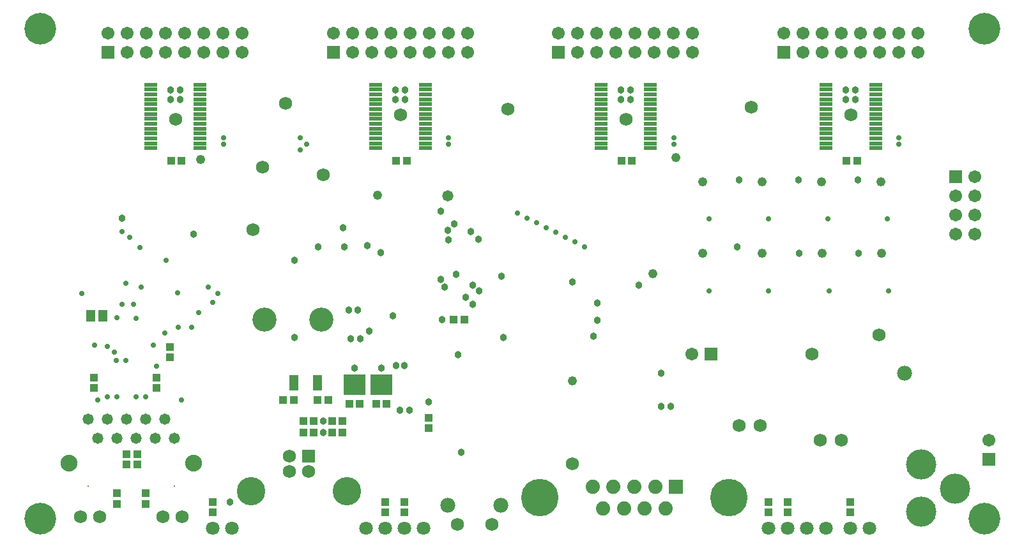
<source format=gbs>
%FSLAX43Y43*%
%MOMM*%
%SFA1B1*%

%IPPOS*%
%ADD93R,1.002998X1.102998*%
%ADD94R,1.102998X1.002998*%
%ADD111C,0.710999*%
%ADD112C,0.964998*%
%ADD113C,4.202992*%
%ADD114R,1.702997X1.702997*%
%ADD115C,1.702997*%
%ADD116C,1.726997*%
%ADD117C,1.980996*%
%ADD118C,1.472997*%
%ADD119C,2.234996*%
%ADD120C,0.203000*%
%ADD121R,1.726997X1.726997*%
%ADD122C,3.758992*%
%ADD123C,1.802996*%
%ADD124C,1.892996*%
%ADD125R,1.892996X1.892996*%
%ADD126C,4.962990*%
%ADD127C,4.012992*%
%ADD128C,3.202994*%
%ADD129R,1.702997X1.702997*%
%ADD130C,1.218998*%
%ADD131R,1.802996X0.602999*%
%ADD132R,2.996994X2.742995*%
%ADD133R,1.202998X2.002996*%
%ADD134R,1.202998X1.502997*%
%LNlp_led_cube_8x8x8-1*%
%LPD*%
G54D93*
X72962Y57784D03*
X71562D03*
X72962Y59308D03*
X71562D03*
X67752D03*
X69152D03*
X67752Y57784D03*
X69152D03*
X51626Y93852D03*
X50226D03*
X81471D03*
X80071D03*
X139761D03*
X141161D03*
X109916D03*
X111316D03*
X75248Y61594D03*
X73848D03*
X77404D03*
X78804D03*
X66485Y62102D03*
X65085D03*
X69657D03*
X71057D03*
X89091Y72770D03*
X87691D03*
G54D94*
X50037Y67752D03*
Y69152D03*
X45719Y54928D03*
Y53528D03*
X48259Y65088D03*
Y63688D03*
X44322Y54928D03*
Y53528D03*
X140207Y47178D03*
Y48578D03*
X129412Y47178D03*
Y48578D03*
X131952Y47178D03*
Y48578D03*
X78612Y47178D03*
Y48578D03*
X81152Y47178D03*
Y48578D03*
X55752Y47178D03*
Y48578D03*
X84327Y58354D03*
Y59754D03*
X43052Y49721D03*
Y48321D03*
X46862Y49721D03*
Y48321D03*
X40004Y65088D03*
Y63688D03*
G54D111*
X40512Y62102D03*
X51561D03*
X41782Y62483D03*
X43052D03*
X45592D03*
X46862D03*
X44195Y67309D03*
X42925D03*
X42673Y68452D03*
X41782Y69214D03*
X40069Y69403D03*
X47878Y69341D03*
X51180Y71754D03*
X52958D03*
X49402Y70992D03*
X43052Y73024D03*
X43687Y74802D03*
X45592Y72897D03*
X48259Y66547D03*
X53847Y73659D03*
X55752Y75057D03*
X51053Y76326D03*
X49529Y80644D03*
X45211Y74802D03*
X44231Y77560D03*
X38353Y76199D03*
X46227Y77088D03*
X43687Y84454D03*
X44703Y83692D03*
X46100Y82295D03*
X56387Y76199D03*
X55117Y77088D03*
X57149Y96011D03*
Y96900D03*
X86994D03*
Y96011D03*
X68198D03*
X67309Y95249D03*
Y96900D03*
X121538Y86105D03*
Y76580D03*
X129412D03*
Y86105D03*
X137286Y86130D03*
X137413Y76580D03*
X145287D03*
X145160Y86105D03*
X96138Y86867D03*
X97408Y86232D03*
X98678Y85597D03*
X99948Y84962D03*
X101218Y84327D03*
X102488Y83692D03*
X103758Y83057D03*
X105028Y82422D03*
X116839Y96011D03*
Y96900D03*
X146684Y96011D03*
Y96900D03*
G54D112*
X106679Y72643D03*
X112210Y77342D03*
X106241Y70541D03*
X106679Y74929D03*
X70357Y59308D03*
Y57784D03*
X140944Y101980D03*
X139674D03*
X140944Y103250D03*
X139674D03*
X111099Y101980D03*
X109829D03*
X111099Y103250D03*
X109829D03*
X81254Y101980D03*
X79984D03*
X81254Y103250D03*
X79984D03*
X51409Y101980D03*
X50139D03*
X51409Y103250D03*
X50139D03*
X115188Y61213D03*
X116458D03*
X80517Y60705D03*
X81787D03*
X88725Y55117D03*
X58038Y48513D03*
X43687Y86232D03*
X53212Y84073D03*
X66547Y70357D03*
X76453Y71247D03*
X75310Y70230D03*
X74040D03*
X79628Y73301D03*
X81152Y66674D03*
X80009D03*
X73786Y74040D03*
X74929D03*
X73151Y82422D03*
X73024Y84962D03*
X76199Y82549D03*
X77977Y81660D03*
X85978Y87121D03*
X89915Y84454D03*
X86994Y83311D03*
X86867Y84581D03*
X87756Y85470D03*
X90931Y83438D03*
X91058Y76580D03*
X90169Y77342D03*
X86486Y77088D03*
X85978Y78104D03*
X88010Y78739D03*
X93979Y78485D03*
X86105Y72770D03*
X94233Y70357D03*
X89280Y75691D03*
X90169Y74802D03*
X115188Y65673D03*
X103377Y77723D03*
X66547Y80644D03*
X69722Y82422D03*
X74548Y66293D03*
X78104D03*
X84327Y61848D03*
X125221Y82422D03*
X125475Y91312D03*
X133349D03*
X141223D03*
X133476Y81533D03*
X141350D03*
X88264Y68071D03*
G54D113*
X32892Y46354D03*
Y111378D03*
X157987D03*
Y46354D03*
G54D114*
X41884Y108203D03*
X101574D03*
X131419D03*
X71729D03*
X121792Y68198D03*
G54D115*
X41884Y110743D03*
X44424Y108203D03*
Y110743D03*
X46964Y108203D03*
Y110743D03*
X49504Y108203D03*
Y110743D03*
X52044Y108203D03*
Y110743D03*
X54584Y108203D03*
Y110743D03*
X57124Y108203D03*
Y110743D03*
X59664Y108203D03*
Y110743D03*
X101574D03*
X104114Y108203D03*
Y110743D03*
X106654Y108203D03*
Y110743D03*
X109194Y108203D03*
Y110743D03*
X111734Y108203D03*
Y110743D03*
X114274Y108203D03*
Y110743D03*
X116814Y108203D03*
Y110743D03*
X119354Y108203D03*
Y110743D03*
X131419D03*
X133959Y108203D03*
Y110743D03*
X136499Y108203D03*
Y110743D03*
X139039Y108203D03*
Y110743D03*
X141579Y108203D03*
Y110743D03*
X144119Y108203D03*
Y110743D03*
X146659Y108203D03*
Y110743D03*
X149199Y108203D03*
Y110743D03*
X71729D03*
X74269Y108203D03*
Y110743D03*
X76809Y108203D03*
Y110743D03*
X79349Y108203D03*
Y110743D03*
X81889Y108203D03*
Y110743D03*
X84429Y108203D03*
Y110743D03*
X86969Y108203D03*
Y110743D03*
X89509Y108203D03*
Y110743D03*
X156717Y91718D03*
X154177Y89178D03*
X156717D03*
X154177Y86638D03*
X156717D03*
X154177Y84098D03*
X156717D03*
X158622Y56768D03*
X119252Y68198D03*
G54D116*
X88200Y45592D03*
X92772D03*
X49148Y46608D03*
X51688D03*
X40766D03*
X38226D03*
X68452Y52640D03*
X65912D03*
Y54673D03*
X128269Y58673D03*
X125475D03*
X139064Y56768D03*
X136270D03*
X103377Y53593D03*
X80644Y99948D03*
X50799Y99313D03*
X110489D03*
X140334Y99948D03*
X144017Y70738D03*
X135127Y68198D03*
X62356Y92963D03*
X70357Y91947D03*
X61086Y84708D03*
X94868Y100710D03*
X65404Y101472D03*
X127126Y100964D03*
G54D117*
X86931Y48132D03*
X93915D03*
X147446Y65658D03*
G54D118*
X39242Y59562D03*
X40512Y57022D03*
X41782Y59562D03*
X43052Y57022D03*
X44322Y59562D03*
X46862D03*
X49402D03*
X45592Y57022D03*
X48132D03*
X50672D03*
X86899Y89153D03*
G54D119*
X53212Y53720D03*
X36702D03*
G54D120*
X50672Y50672D03*
X39242D03*
G54D121*
X68452Y54673D03*
G54D122*
X73532Y49973D03*
X60832D03*
G54D123*
X58292Y45084D03*
X55752D03*
X83692D03*
X81152D03*
X78612D03*
X76072D03*
X131952D03*
X129412D03*
X137032D03*
X134492D03*
X142747D03*
X140207D03*
G54D124*
X106092Y50543D03*
X107477Y47703D03*
X108862Y50543D03*
X110247Y47703D03*
X111632Y50543D03*
X113017Y47703D03*
X114402Y50543D03*
X115787Y47703D03*
G54D125*
X117172Y50543D03*
G54D126*
X124127Y49123D03*
X99137D03*
G54D127*
X149668Y47306D03*
X154114Y50354D03*
X149668Y53529D03*
G54D128*
X62623Y72770D03*
X70123D03*
G54D129*
X154177Y91718D03*
X158622Y54228D03*
G54D130*
X103377Y64642D03*
X77596Y89280D03*
X86899Y89153D03*
X54101Y93979D03*
X144271Y91058D03*
X120649Y81533D03*
X136397Y91083D03*
X128523Y81533D03*
Y91058D03*
X120649D03*
X136524Y81533D03*
X144398D03*
X114045Y78866D03*
X117093Y94233D03*
G54D131*
X47497Y95503D03*
Y96153D03*
Y96803D03*
Y97453D03*
Y98753D03*
Y99403D03*
Y100053D03*
Y98103D03*
X54097Y97453D03*
Y96803D03*
Y96153D03*
Y95503D03*
Y100053D03*
Y99403D03*
Y98753D03*
Y98103D03*
X47497Y101353D03*
Y102003D03*
Y102653D03*
Y103303D03*
Y103953D03*
X54097D03*
Y103303D03*
Y102653D03*
Y102003D03*
Y101353D03*
X47497Y100703D03*
X54097D03*
X137032Y95503D03*
Y96153D03*
Y96803D03*
Y97453D03*
Y98753D03*
Y99403D03*
Y100053D03*
Y98103D03*
X143632Y97453D03*
Y96803D03*
Y96153D03*
Y95503D03*
Y100053D03*
Y99403D03*
Y98753D03*
Y98103D03*
X137032Y101353D03*
Y102003D03*
Y102653D03*
Y103303D03*
Y103953D03*
X143632D03*
Y103303D03*
Y102653D03*
Y102003D03*
Y101353D03*
X137032Y100703D03*
X143632D03*
X107187Y95503D03*
Y96153D03*
Y96803D03*
Y97453D03*
Y98753D03*
Y99403D03*
Y100053D03*
Y98103D03*
X113787Y97453D03*
Y96803D03*
Y96153D03*
Y95503D03*
Y100053D03*
Y99403D03*
Y98753D03*
Y98103D03*
X107187Y101353D03*
Y102003D03*
Y102653D03*
Y103303D03*
Y103953D03*
X113787D03*
Y103303D03*
Y102653D03*
Y102003D03*
Y101353D03*
X107187Y100703D03*
X113787D03*
X77342Y95503D03*
Y96153D03*
Y96803D03*
Y97453D03*
Y98753D03*
Y99403D03*
Y100053D03*
Y98103D03*
X83942Y97453D03*
Y96803D03*
Y96153D03*
Y95503D03*
Y100053D03*
Y99403D03*
Y98753D03*
Y98103D03*
X77342Y101353D03*
Y102003D03*
Y102653D03*
Y103303D03*
Y103953D03*
X83942D03*
Y103303D03*
Y102653D03*
Y102003D03*
Y101353D03*
X77342Y100703D03*
X83942D03*
G54D132*
X74548Y64134D03*
X78104D03*
G54D133*
X69671Y64408D03*
X66471D03*
G54D134*
X41185Y73278D03*
X39585D03*
M02*
</source>
